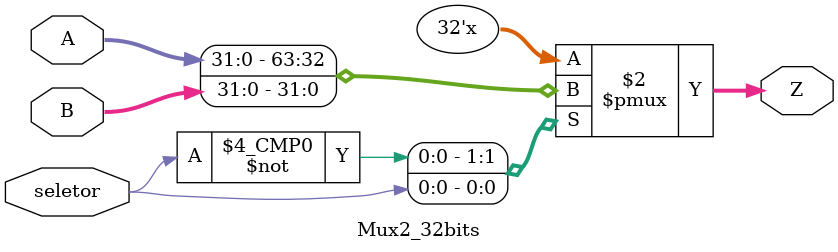
<source format=v>
module Mux2_32bits(A,B,Z,seletor);

input [31:0] A,B;
input seletor;
output reg [31:0] Z;

always@(*)
	begin
		case(seletor)
			1'b0: Z=A;
			1'b1: Z=B;
			default: Z=32'd0;
		endcase
	end
endmodule 
</source>
